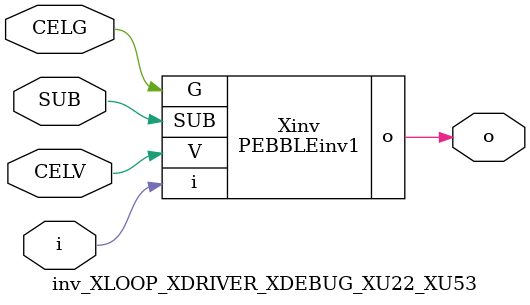
<source format=v>



module PEBBLEinv1 ( o, G, SUB, V, i );

  input V;
  input i;
  input G;
  output o;
  input SUB;
endmodule

//Celera Confidential Do Not Copy inv_XLOOP_XDRIVER_XDEBUG_XU22_XU53
//Celera Confidential Symbol Generator
//5V Inverter
module inv_XLOOP_XDRIVER_XDEBUG_XU22_XU53 (CELV,CELG,i,o,SUB);
input CELV;
input CELG;
input i;
input SUB;
output o;

//Celera Confidential Do Not Copy inv
PEBBLEinv1 Xinv(
.V (CELV),
.i (i),
.o (o),
.SUB (SUB),
.G (CELG)
);
//,diesize,PEBBLEinv1

//Celera Confidential Do Not Copy Module End
//Celera Schematic Generator
endmodule

</source>
